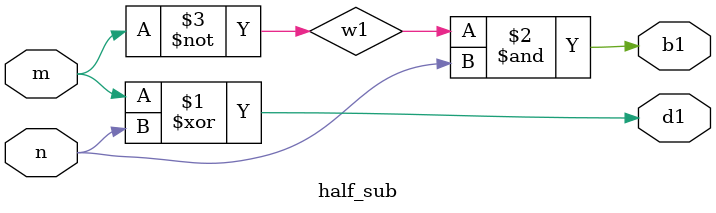
<source format=v>
module full_sub(input a,
                input b,
                input c,
                output diff,
                output bor);
  wire u,v,w;
  half_sub ha_s1(.m(a),.n(b),.d1(u),.b1(v));
  half_sub ha_s2(.m(u),.n(c),.d1(diff),.b1(w));
  or or2(bor,v,w);
endmodule
module half_sub(input m,
                input n,
                output d1,
                output b1);
  wire w1;
  xor xor1(d1,m,n);
  not not1(w1,m);
  and and1(b1,w1,n);
endmodule
  
  

</source>
